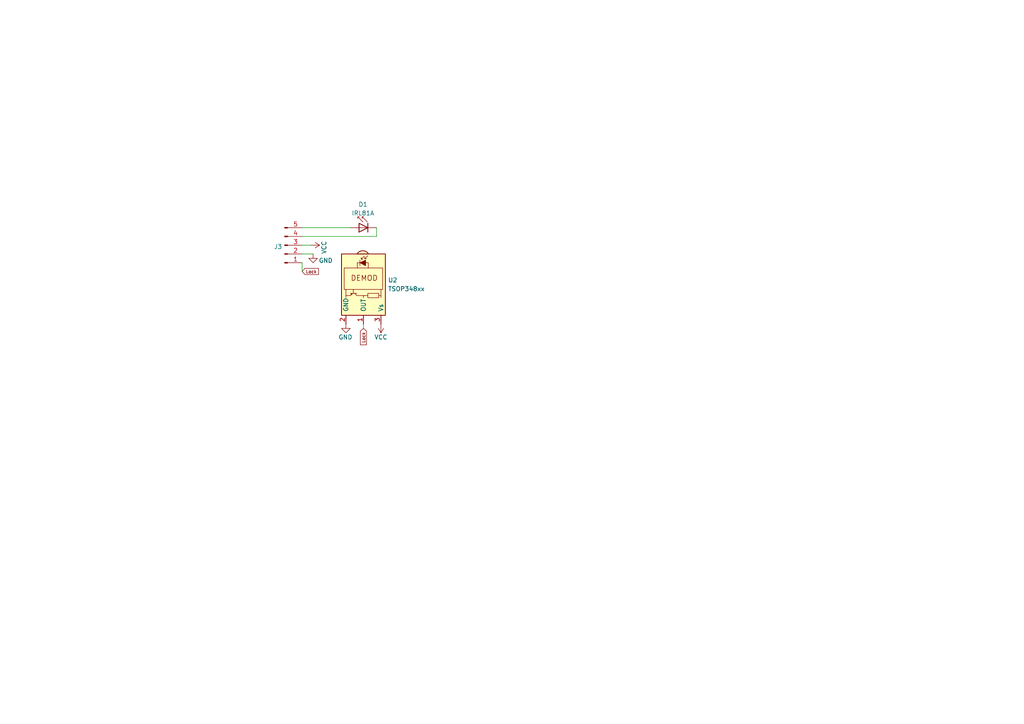
<source format=kicad_sch>
(kicad_sch (version 20230121) (generator eeschema)
  (paper "A4")
  (lib_symbols
    (symbol "Connector:Conn_01x05_Male" (pin_names (offset 1.016) hide)
      (property "Reference" "J" (at 0 7.62 0))
      (property "Value" "Conn_01x05_Male" (at 0 -7.62 0))
      (symbol "Conn_01x05_Male_1_1"
        (polyline (pts (xy 1.27 -5.08) (xy 0.8636 -5.08)) (stroke (width 0.1524)))
        (polyline (pts (xy 1.27 -2.54) (xy 0.8636 -2.54)) (stroke (width 0.1524)))
        (polyline (pts (xy 1.27 0) (xy 0.8636 0)) (stroke (width 0.1524)))
        (polyline (pts (xy 1.27 2.54) (xy 0.8636 2.54)) (stroke (width 0.1524)))
        (polyline (pts (xy 1.27 5.08) (xy 0.8636 5.08)) (stroke (width 0.1524)))
        (rectangle (start 0.8636 -4.953) (end 0 -5.207) (stroke (width 0.1524)) (fill (type outline)))
        (rectangle (start 0.8636 -2.413) (end 0 -2.667) (stroke (width 0.1524)) (fill (type outline)))
        (rectangle (start 0.8636 0.127) (end 0 -0.127) (stroke (width 0.1524)) (fill (type outline)))
        (rectangle (start 0.8636 2.667) (end 0 2.413) (stroke (width 0.1524)) (fill (type outline)))
        (rectangle (start 0.8636 5.207) (end 0 4.953) (stroke (width 0.1524)) (fill (type outline)))
        (pin passive line (at 5.08 5.08 180) (length 3.81) (name "Pin_1") (number "1"))
        (pin passive line (at 5.08 2.54 180) (length 3.81) (name "Pin_2") (number "2"))
        (pin passive line (at 5.08 0 180) (length 3.81) (name "Pin_3") (number "3"))
        (pin passive line (at 5.08 -2.54 180) (length 3.81) (name "Pin_4") (number "4"))
        (pin passive line (at 5.08 -5.08 180) (length 3.81) (name "Pin_5") (number "5"))
      )
    )
    (symbol "Interface_Optical:TSOP348xx" (pin_names (offset 1.016))
      (property "Reference" "U" (at -10.16 7.62 0))
      (property "Value" "TSOP348xx" (at -10.16 -7.62 0))
      (symbol "TSOP348xx_0_0"
        (arc (start -10.287 1.397) (mid -11.0899 -0.1852) (end -10.287 -1.778) (stroke (width 0.254)) (fill (type background)))
        (polyline (pts (xy 1.905 -5.08) (xy 0.127 -5.08)))
        (polyline (pts (xy 1.905 5.08) (xy 0.127 5.08)))
        (text "DEMOD" (at -3.175 0.254 900) (effects (font (size 1.524 1.524))))
      )
      (symbol "TSOP348xx_0_1"
        (rectangle (start -6.096 5.588) (end 0.127 -5.588))
        (polyline (pts (xy -8.763 0.381) (xy -9.652 1.27)))
        (polyline (pts (xy -8.763 0.381) (xy -9.271 0.381)))
        (polyline (pts (xy -8.763 0.381) (xy -8.763 0.889)))
        (polyline (pts (xy -8.636 -0.635) (xy -9.525 0.254)))
        (polyline (pts (xy -8.636 -0.635) (xy -9.144 -0.635)))
        (polyline (pts (xy -8.636 -0.635) (xy -8.636 -0.127)))
        (polyline (pts (xy -8.382 -1.016) (xy -6.731 -1.016)))
        (polyline (pts (xy 1.27 -2.921) (xy 0.127 -2.921)))
        (polyline (pts (xy 1.27 -1.905) (xy 1.27 -3.81)))
        (polyline (pts (xy 1.397 -3.556) (xy 1.524 -3.556)))
        (polyline (pts (xy 1.651 -3.556) (xy 1.524 -3.556)))
        (polyline (pts (xy 1.651 -3.556) (xy 1.651 -3.302)))
        (polyline (pts (xy 1.905 0) (xy 1.905 1.27)))
        (polyline (pts (xy 1.905 4.445) (xy 1.905 5.08) (xy 2.54 5.08)))
        (polyline (pts (xy -8.382 0.635) (xy -6.731 0.635) (xy -7.62 -1.016) (xy -8.382 0.635)) (fill (type outline)))
        (polyline (pts (xy -6.096 1.397) (xy -7.62 1.397) (xy -7.62 -1.778) (xy -6.096 -1.778)))
        (polyline (pts (xy 1.27 -3.175) (xy 1.905 -3.81) (xy 1.905 -5.08) (xy 2.54 -5.08)))
        (polyline (pts (xy 1.27 -2.54) (xy 1.905 -1.905) (xy 1.905 0) (xy 2.54 0)))
        (rectangle (start 2.54 1.27) (end 1.27 4.445))
        (rectangle (start 7.62 6.35) (end -10.16 -6.35) (stroke (width 0.254)) (fill (type background)))
      )
      (symbol "TSOP348xx_1_1"
        (pin output line (at 10.16 0 180) (length 2.54) (name "OUT") (number "1"))
        (pin power_in line (at 10.16 -5.08 180) (length 2.54) (name "GND") (number "2"))
        (pin power_in line (at 10.16 5.08 180) (length 2.54) (name "Vs") (number "3"))
      )
    )
    (symbol "LED:IRL81A" (pin_numbers hide) (pin_names (offset 1.016) hide)
      (property "Reference" "D" (at 0.508 1.778 0))
      (property "Value" "IRL81A" (at -1.016 -2.794 0))
      (symbol "IRL81A_0_1"
        (polyline (pts (xy -2.54 0) (xy 0 0)))
        (polyline (pts (xy -2.54 1.27) (xy -2.54 -1.27)) (stroke (width 0.254)))
        (polyline (pts (xy 0.381 3.175) (xy -0.127 3.175)))
        (polyline (pts (xy -1.143 1.651) (xy 0.381 3.175) (xy 0.381 2.667)))
        (polyline (pts (xy 0 -1.27) (xy 0 1.27) (xy -2.54 0) (xy 0 -1.27)) (stroke (width 0.254)))
        (polyline (pts (xy -2.413 1.651) (xy -0.889 3.175) (xy -0.889 2.667) (xy -0.889 3.175) (xy -1.397 3.175)))
      )
      (symbol "IRL81A_1_1"
        (pin passive line (at -5.08 0 0) (length 2.54) (name "K") (number "1"))
        (pin passive line (at 2.54 0 180) (length 2.54) (name "A") (number "2"))
      )
    )
    (symbol "power:GND" (power) (pin_names (offset 0))
      (property "Value" "GND" (at 0 -3.81 0))
      (symbol "GND_0_1"
        (polyline (pts (xy 0 0) (xy 0 -1.27) (xy 1.27 -1.27) (xy 0 -2.54) (xy -1.27 -1.27) (xy 0 -1.27)))
      )
      (symbol "GND_1_1"
        (pin power_in line (at 0 0 270) (length 0) hide (name "GND") (number "1"))
      )
    )
    (symbol "power:VCC" (power) (pin_names (offset 0))
      (property "Value" "VCC" (at 0 3.81 0))
      (symbol "VCC_0_1"
        (polyline (pts (xy -0.762 1.27) (xy 0 2.54)))
        (polyline (pts (xy 0 0) (xy 0 2.54)))
        (polyline (pts (xy 0 2.54) (xy 0.762 1.27)))
      )
      (symbol "VCC_1_1"
        (pin power_in line (at 0 0 90) (length 0) hide (name "VCC") (number "1"))
      )
    )
  )
  (wire (pts (xy 87.63 68.58) (xy 109.22 68.58)))
  (wire (pts (xy 109.22 68.58) (xy 109.22 66.04)))
  (wire (pts (xy 90.17 71.12) (xy 87.63 71.12)))
  (wire (pts (xy 87.63 78.74) (xy 87.63 76.2)))
  (wire (pts (xy 87.63 66.04) (xy 101.6 66.04)))
  (wire (pts (xy 90.805 73.66) (xy 87.63 73.66)))
  (wire (pts (xy 105.41 93.98) (xy 105.41 95.25)))
  (global_label "Lock" (shape input) (at 87.63 78.74 0) (effects (font (size 0.9 0.9))) (property "Intersheetrefs" "${INTERSHEET_REFS}" (effects hide)) (property "Referenzen zwischen Schaltplänen" "${INTERSHEET_REFS}" (effects hide)))
  (global_label "Lock" (shape input) (at 105.41 95.25 270) (effects (font (size 0.9 0.9))) (property "Intersheetrefs" "${INTERSHEET_REFS}" (effects hide)) (property "Referenzen zwischen Schaltplänen" "${INTERSHEET_REFS}" (effects hide)))
  (symbol (lib_id "power:GND") (at 100.33 93.98 0) (mirror y) (unit 1)
    (property "Reference" "#PWR0113" (effects hide))
    (property "Value" "GND" (at 102.235 97.79 0) (effects (justify left)))
  )
  (symbol (lib_id "power:VCC") (at 90.17 71.12 270) (mirror x) (unit 1)
    (property "Reference" "#PWR0115" (effects hide))
    (property "Value" "VCC" (at 93.98 69.85 0) (effects (justify right)))
  )
  (symbol (lib_id "Interface_Optical:TSOP348xx") (at 105.41 83.82 270) (unit 1)
    (property "Reference" "U2" (at 112.522 81.2503 90) (effects (justify left)))
    (property "Value" "TSOP348xx" (at 112.522 83.7872 90) (effects (justify left)))
    (property "Footprint" "OptoDevice:Vishay_MOLD-3Pin" (effects hide))
    (property "Datasheet" "https://www.vishay.com/docs/82489/tsop322.pdf" (effects hide))
  )
  (symbol (lib_id "Connector:Conn_01x05_Male") (at 82.55 71.12 0) (mirror x) (unit 1)
    (property "Reference" "J3" (at 81.8389 71.5538 0) (effects (justify right)))
    (property "Value" "Conn_01x05_Male" (effects hide))
    (property "Footprint" "Connector_PinHeader_1.27mm:PinHeader_2x03_P1.27mm_Vertical" (effects hide))
  )
  (symbol (lib_id "LED:IRL81A") (at 104.14 66.04 0) (mirror y) (unit 1)
    (property "Reference" "D1" (at 105.283 59.2922 0))
    (property "Value" "IRL81A" (at 105.283 61.8291 0))
    (property "Footprint" "LED_THT:LED_SideEmitter_Rectangular_W4.5mm_H1.6mm" (effects hide))
    (property "Datasheet" "http://www.osram-os.com/Graphics/XPic0/00203825_0.pdf" (effects hide))
  )
  (symbol (lib_id "power:GND") (at 90.805 73.66 0) (mirror y) (unit 1)
    (property "Reference" "#PWR0114" (effects hide))
    (property "Value" "GND" (at 96.52 75.565 0) (effects (justify left)))
  )
  (symbol (lib_id "power:VCC") (at 110.49 93.98 0) (mirror x) (unit 1)
    (property "Reference" "#PWR0112" (effects hide))
    (property "Value" "VCC" (at 112.395 97.79 0) (effects (justify right)))
  )
)
</source>
